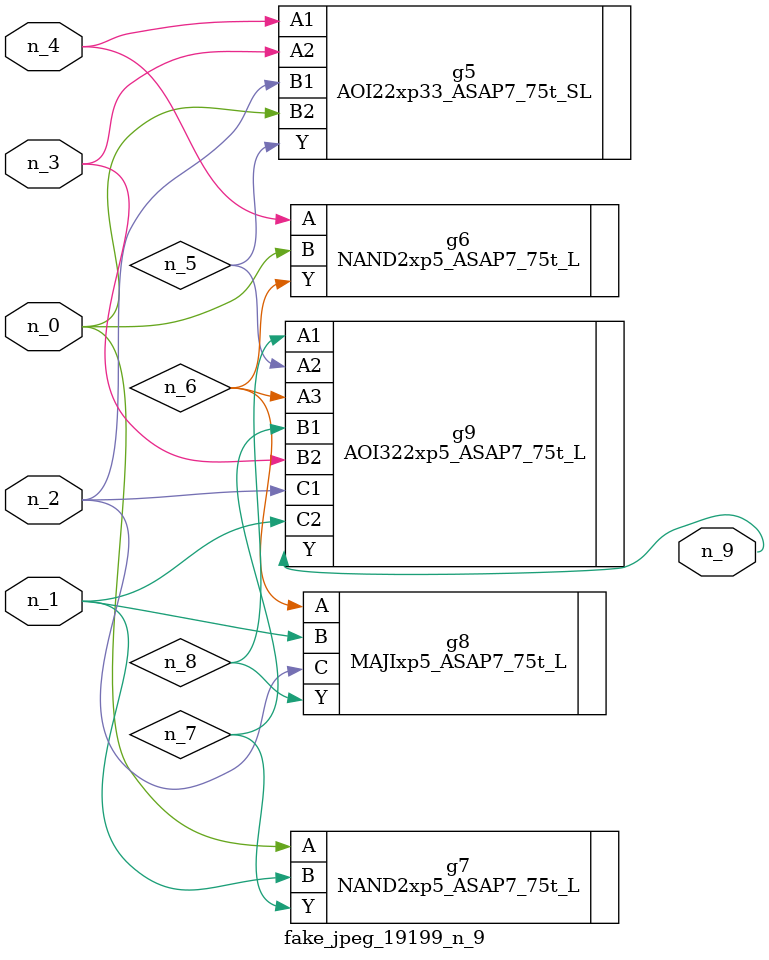
<source format=v>
module fake_jpeg_19199_n_9 (n_3, n_2, n_1, n_0, n_4, n_9);

input n_3;
input n_2;
input n_1;
input n_0;
input n_4;

output n_9;

wire n_8;
wire n_6;
wire n_5;
wire n_7;

AOI22xp33_ASAP7_75t_SL g5 ( 
.A1(n_4),
.A2(n_3),
.B1(n_2),
.B2(n_0),
.Y(n_5)
);

NAND2xp5_ASAP7_75t_L g6 ( 
.A(n_4),
.B(n_0),
.Y(n_6)
);

NAND2xp5_ASAP7_75t_L g7 ( 
.A(n_0),
.B(n_1),
.Y(n_7)
);

MAJIxp5_ASAP7_75t_L g8 ( 
.A(n_6),
.B(n_1),
.C(n_2),
.Y(n_8)
);

AOI322xp5_ASAP7_75t_L g9 ( 
.A1(n_8),
.A2(n_5),
.A3(n_6),
.B1(n_7),
.B2(n_3),
.C1(n_2),
.C2(n_1),
.Y(n_9)
);


endmodule
</source>
